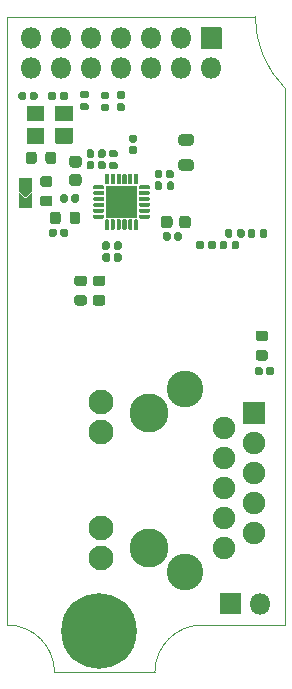
<source format=gbr>
%TF.GenerationSoftware,KiCad,Pcbnew,(5.1.8-0-10_14)*%
%TF.CreationDate,2020-11-27T10:39:21+01:00*%
%TF.ProjectId,SH-ESP32-Ethernet,53482d45-5350-4333-922d-45746865726e,0.1.0*%
%TF.SameCoordinates,Original*%
%TF.FileFunction,Soldermask,Top*%
%TF.FilePolarity,Negative*%
%FSLAX46Y46*%
G04 Gerber Fmt 4.6, Leading zero omitted, Abs format (unit mm)*
G04 Created by KiCad (PCBNEW (5.1.8-0-10_14)) date 2020-11-27 10:39:21*
%MOMM*%
%LPD*%
G01*
G04 APERTURE LIST*
%TA.AperFunction,Profile*%
%ADD10C,0.050000*%
%TD*%
%ADD11C,1.900000*%
%ADD12C,3.100000*%
%ADD13C,3.300000*%
%ADD14C,2.100000*%
%ADD15O,1.800000X1.800000*%
%ADD16C,0.100000*%
%ADD17C,6.400000*%
G04 APERTURE END LIST*
D10*
X165000000Y-108500000D02*
X172000000Y-108500000D01*
X161000000Y-112500000D02*
G75*
G02*
X165000000Y-108500000I4000000J0D01*
G01*
X148500000Y-108500000D02*
G75*
G02*
X152500000Y-112500000I0J-4000000D01*
G01*
X169500000Y-57000000D02*
X148500000Y-57000000D01*
X152500000Y-112500000D02*
X161000000Y-112499765D01*
X148500000Y-57000000D02*
X148500000Y-108500000D01*
X171989592Y-63010408D02*
X172000000Y-108500000D01*
X153000000Y-112500000D02*
X153000000Y-112500000D01*
X171989592Y-63010408D02*
G75*
G02*
X169500000Y-57000000I6010408J6010408D01*
G01*
D11*
%TO.C,J301*%
X166835000Y-99415000D03*
D12*
X163535000Y-103985000D03*
X163535000Y-88485000D03*
D13*
X160485000Y-101955000D03*
X160485000Y-90525000D03*
D14*
X156425000Y-102865000D03*
X156425000Y-100325000D03*
X156425000Y-92145000D03*
D11*
X166835000Y-101955000D03*
X169375000Y-100685000D03*
X169375000Y-98145000D03*
X166835000Y-96875000D03*
X169375000Y-95605000D03*
X166835000Y-94335000D03*
X169375000Y-93065000D03*
X166835000Y-91795000D03*
D14*
X156425000Y-89605000D03*
G36*
G01*
X168475000Y-89575000D02*
X170275000Y-89575000D01*
G75*
G02*
X170325000Y-89625000I0J-50000D01*
G01*
X170325000Y-91425000D01*
G75*
G02*
X170275000Y-91475000I-50000J0D01*
G01*
X168475000Y-91475000D01*
G75*
G02*
X168425000Y-91425000I0J50000D01*
G01*
X168425000Y-89625000D01*
G75*
G02*
X168475000Y-89575000I50000J0D01*
G01*
G37*
%TD*%
D15*
%TO.C,J303*%
X169920000Y-106690000D03*
G36*
G01*
X168230000Y-107590000D02*
X166530000Y-107590000D01*
G75*
G02*
X166480000Y-107540000I0J50000D01*
G01*
X166480000Y-105840000D01*
G75*
G02*
X166530000Y-105790000I50000J0D01*
G01*
X168230000Y-105790000D01*
G75*
G02*
X168280000Y-105840000I0J-50000D01*
G01*
X168280000Y-107540000D01*
G75*
G02*
X168230000Y-107590000I-50000J0D01*
G01*
G37*
%TD*%
%TO.C,C305*%
G36*
G01*
X161640000Y-70125000D02*
X161640000Y-70515000D01*
G75*
G02*
X161475000Y-70680000I-165000J0D01*
G01*
X161145000Y-70680000D01*
G75*
G02*
X160980000Y-70515000I0J165000D01*
G01*
X160980000Y-70125000D01*
G75*
G02*
X161145000Y-69960000I165000J0D01*
G01*
X161475000Y-69960000D01*
G75*
G02*
X161640000Y-70125000I0J-165000D01*
G01*
G37*
G36*
G01*
X162600000Y-70125000D02*
X162600000Y-70515000D01*
G75*
G02*
X162435000Y-70680000I-165000J0D01*
G01*
X162105000Y-70680000D01*
G75*
G02*
X161940000Y-70515000I0J165000D01*
G01*
X161940000Y-70125000D01*
G75*
G02*
X162105000Y-69960000I165000J0D01*
G01*
X162435000Y-69960000D01*
G75*
G02*
X162600000Y-70125000I0J-165000D01*
G01*
G37*
%TD*%
%TO.C,X301*%
G36*
G01*
X150150000Y-65780000D02*
X150150000Y-64580000D01*
G75*
G02*
X150200000Y-64530000I50000J0D01*
G01*
X151600000Y-64530000D01*
G75*
G02*
X151650000Y-64580000I0J-50000D01*
G01*
X151650000Y-65780000D01*
G75*
G02*
X151600000Y-65830000I-50000J0D01*
G01*
X150200000Y-65830000D01*
G75*
G02*
X150150000Y-65780000I0J50000D01*
G01*
G37*
G36*
G01*
X152550000Y-65780000D02*
X152550000Y-64580000D01*
G75*
G02*
X152600000Y-64530000I50000J0D01*
G01*
X154000000Y-64530000D01*
G75*
G02*
X154050000Y-64580000I0J-50000D01*
G01*
X154050000Y-65780000D01*
G75*
G02*
X154000000Y-65830000I-50000J0D01*
G01*
X152600000Y-65830000D01*
G75*
G02*
X152550000Y-65780000I0J50000D01*
G01*
G37*
G36*
G01*
X152550000Y-67680000D02*
X152550000Y-66480000D01*
G75*
G02*
X152600000Y-66430000I50000J0D01*
G01*
X154000000Y-66430000D01*
G75*
G02*
X154050000Y-66480000I0J-50000D01*
G01*
X154050000Y-67680000D01*
G75*
G02*
X154000000Y-67730000I-50000J0D01*
G01*
X152600000Y-67730000D01*
G75*
G02*
X152550000Y-67680000I0J50000D01*
G01*
G37*
G36*
G01*
X150150000Y-67680000D02*
X150150000Y-66480000D01*
G75*
G02*
X150200000Y-66430000I50000J0D01*
G01*
X151600000Y-66430000D01*
G75*
G02*
X151650000Y-66480000I0J-50000D01*
G01*
X151650000Y-67680000D01*
G75*
G02*
X151600000Y-67730000I-50000J0D01*
G01*
X150200000Y-67730000D01*
G75*
G02*
X150150000Y-67680000I0J50000D01*
G01*
G37*
%TD*%
%TO.C,R306*%
G36*
G01*
X155240000Y-63910000D02*
X154820000Y-63910000D01*
G75*
G02*
X154660000Y-63750000I0J160000D01*
G01*
X154660000Y-63430000D01*
G75*
G02*
X154820000Y-63270000I160000J0D01*
G01*
X155240000Y-63270000D01*
G75*
G02*
X155400000Y-63430000I0J-160000D01*
G01*
X155400000Y-63750000D01*
G75*
G02*
X155240000Y-63910000I-160000J0D01*
G01*
G37*
G36*
G01*
X155240000Y-64930000D02*
X154820000Y-64930000D01*
G75*
G02*
X154660000Y-64770000I0J160000D01*
G01*
X154660000Y-64450000D01*
G75*
G02*
X154820000Y-64290000I160000J0D01*
G01*
X155240000Y-64290000D01*
G75*
G02*
X155400000Y-64450000I0J-160000D01*
G01*
X155400000Y-64770000D01*
G75*
G02*
X155240000Y-64930000I-160000J0D01*
G01*
G37*
%TD*%
%TO.C,R308*%
G36*
G01*
X152990000Y-63910000D02*
X152990000Y-63490000D01*
G75*
G02*
X153150000Y-63330000I160000J0D01*
G01*
X153470000Y-63330000D01*
G75*
G02*
X153630000Y-63490000I0J-160000D01*
G01*
X153630000Y-63910000D01*
G75*
G02*
X153470000Y-64070000I-160000J0D01*
G01*
X153150000Y-64070000D01*
G75*
G02*
X152990000Y-63910000I0J160000D01*
G01*
G37*
G36*
G01*
X151970000Y-63910000D02*
X151970000Y-63490000D01*
G75*
G02*
X152130000Y-63330000I160000J0D01*
G01*
X152450000Y-63330000D01*
G75*
G02*
X152610000Y-63490000I0J-160000D01*
G01*
X152610000Y-63910000D01*
G75*
G02*
X152450000Y-64070000I-160000J0D01*
G01*
X152130000Y-64070000D01*
G75*
G02*
X151970000Y-63910000I0J160000D01*
G01*
G37*
%TD*%
%TO.C,R307*%
G36*
G01*
X157680000Y-68900000D02*
X157260000Y-68900000D01*
G75*
G02*
X157100000Y-68740000I0J160000D01*
G01*
X157100000Y-68420000D01*
G75*
G02*
X157260000Y-68260000I160000J0D01*
G01*
X157680000Y-68260000D01*
G75*
G02*
X157840000Y-68420000I0J-160000D01*
G01*
X157840000Y-68740000D01*
G75*
G02*
X157680000Y-68900000I-160000J0D01*
G01*
G37*
G36*
G01*
X157680000Y-69920000D02*
X157260000Y-69920000D01*
G75*
G02*
X157100000Y-69760000I0J160000D01*
G01*
X157100000Y-69440000D01*
G75*
G02*
X157260000Y-69280000I160000J0D01*
G01*
X157680000Y-69280000D01*
G75*
G02*
X157840000Y-69440000I0J-160000D01*
G01*
X157840000Y-69760000D01*
G75*
G02*
X157680000Y-69920000I-160000J0D01*
G01*
G37*
%TD*%
%TO.C,R305*%
G36*
G01*
X156980000Y-63970000D02*
X156560000Y-63970000D01*
G75*
G02*
X156400000Y-63810000I0J160000D01*
G01*
X156400000Y-63490000D01*
G75*
G02*
X156560000Y-63330000I160000J0D01*
G01*
X156980000Y-63330000D01*
G75*
G02*
X157140000Y-63490000I0J-160000D01*
G01*
X157140000Y-63810000D01*
G75*
G02*
X156980000Y-63970000I-160000J0D01*
G01*
G37*
G36*
G01*
X156980000Y-64990000D02*
X156560000Y-64990000D01*
G75*
G02*
X156400000Y-64830000I0J160000D01*
G01*
X156400000Y-64510000D01*
G75*
G02*
X156560000Y-64350000I160000J0D01*
G01*
X156980000Y-64350000D01*
G75*
G02*
X157140000Y-64510000I0J-160000D01*
G01*
X157140000Y-64830000D01*
G75*
G02*
X156980000Y-64990000I-160000J0D01*
G01*
G37*
%TD*%
%TO.C,R304*%
G36*
G01*
X158330000Y-63950000D02*
X157910000Y-63950000D01*
G75*
G02*
X157750000Y-63790000I0J160000D01*
G01*
X157750000Y-63470000D01*
G75*
G02*
X157910000Y-63310000I160000J0D01*
G01*
X158330000Y-63310000D01*
G75*
G02*
X158490000Y-63470000I0J-160000D01*
G01*
X158490000Y-63790000D01*
G75*
G02*
X158330000Y-63950000I-160000J0D01*
G01*
G37*
G36*
G01*
X158330000Y-64970000D02*
X157910000Y-64970000D01*
G75*
G02*
X157750000Y-64810000I0J160000D01*
G01*
X157750000Y-64490000D01*
G75*
G02*
X157910000Y-64330000I160000J0D01*
G01*
X158330000Y-64330000D01*
G75*
G02*
X158490000Y-64490000I0J-160000D01*
G01*
X158490000Y-64810000D01*
G75*
G02*
X158330000Y-64970000I-160000J0D01*
G01*
G37*
%TD*%
%TO.C,C307*%
G36*
G01*
X162330000Y-75405000D02*
X162330000Y-75795000D01*
G75*
G02*
X162165000Y-75960000I-165000J0D01*
G01*
X161835000Y-75960000D01*
G75*
G02*
X161670000Y-75795000I0J165000D01*
G01*
X161670000Y-75405000D01*
G75*
G02*
X161835000Y-75240000I165000J0D01*
G01*
X162165000Y-75240000D01*
G75*
G02*
X162330000Y-75405000I0J-165000D01*
G01*
G37*
G36*
G01*
X163290000Y-75405000D02*
X163290000Y-75795000D01*
G75*
G02*
X163125000Y-75960000I-165000J0D01*
G01*
X162795000Y-75960000D01*
G75*
G02*
X162630000Y-75795000I0J165000D01*
G01*
X162630000Y-75405000D01*
G75*
G02*
X162795000Y-75240000I165000J0D01*
G01*
X163125000Y-75240000D01*
G75*
G02*
X163290000Y-75405000I0J-165000D01*
G01*
G37*
%TD*%
D16*
%TO.C,JP301*%
G36*
X150569039Y-73149755D02*
G01*
X150566194Y-73159134D01*
X150561573Y-73167779D01*
X150555355Y-73175355D01*
X150547779Y-73181573D01*
X150539134Y-73186194D01*
X150529755Y-73189039D01*
X150520000Y-73190000D01*
X149520000Y-73190000D01*
X149510245Y-73189039D01*
X149500866Y-73186194D01*
X149492221Y-73181573D01*
X149484645Y-73175355D01*
X149478427Y-73167779D01*
X149473806Y-73159134D01*
X149470961Y-73149755D01*
X149470000Y-73140000D01*
X149470000Y-71990000D01*
X149470961Y-71980245D01*
X149473806Y-71970866D01*
X149478427Y-71962221D01*
X149484645Y-71954645D01*
X149492221Y-71948427D01*
X149500866Y-71943806D01*
X149510245Y-71940961D01*
X149520000Y-71940000D01*
X149529755Y-71940961D01*
X149539134Y-71943806D01*
X149547779Y-71948427D01*
X149555355Y-71954645D01*
X150020000Y-72419290D01*
X150484645Y-71954645D01*
X150492221Y-71948427D01*
X150500866Y-71943806D01*
X150510245Y-71940961D01*
X150520000Y-71940000D01*
X150529755Y-71940961D01*
X150539134Y-71943806D01*
X150547779Y-71948427D01*
X150555355Y-71954645D01*
X150561573Y-71962221D01*
X150566194Y-71970866D01*
X150569039Y-71980245D01*
X150570000Y-71990000D01*
X150570000Y-73140000D01*
X150569039Y-73149755D01*
G37*
G36*
X150569039Y-71724755D02*
G01*
X150566194Y-71734134D01*
X150561573Y-71742779D01*
X150555355Y-71750355D01*
X150055355Y-72250355D01*
X150047779Y-72256573D01*
X150039134Y-72261194D01*
X150029755Y-72264039D01*
X150020000Y-72265000D01*
X150010245Y-72264039D01*
X150000866Y-72261194D01*
X149992221Y-72256573D01*
X149984645Y-72250355D01*
X149484645Y-71750355D01*
X149478427Y-71742779D01*
X149473806Y-71734134D01*
X149470961Y-71724755D01*
X149470000Y-71715000D01*
X149470000Y-70715000D01*
X149470961Y-70705245D01*
X149473806Y-70695866D01*
X149478427Y-70687221D01*
X149484645Y-70679645D01*
X149492221Y-70673427D01*
X149500866Y-70668806D01*
X149510245Y-70665961D01*
X149520000Y-70665000D01*
X150520000Y-70665000D01*
X150529755Y-70665961D01*
X150539134Y-70668806D01*
X150547779Y-70673427D01*
X150555355Y-70679645D01*
X150561573Y-70687221D01*
X150566194Y-70695866D01*
X150569039Y-70705245D01*
X150570000Y-70715000D01*
X150570000Y-71715000D01*
X150569039Y-71724755D01*
G37*
%TD*%
%TO.C,R317*%
G36*
G01*
X155010000Y-79805000D02*
X154410000Y-79805000D01*
G75*
G02*
X154185000Y-79580000I0J225000D01*
G01*
X154185000Y-79130000D01*
G75*
G02*
X154410000Y-78905000I225000J0D01*
G01*
X155010000Y-78905000D01*
G75*
G02*
X155235000Y-79130000I0J-225000D01*
G01*
X155235000Y-79580000D01*
G75*
G02*
X155010000Y-79805000I-225000J0D01*
G01*
G37*
G36*
G01*
X155010000Y-81455000D02*
X154410000Y-81455000D01*
G75*
G02*
X154185000Y-81230000I0J225000D01*
G01*
X154185000Y-80780000D01*
G75*
G02*
X154410000Y-80555000I225000J0D01*
G01*
X155010000Y-80555000D01*
G75*
G02*
X155235000Y-80780000I0J-225000D01*
G01*
X155235000Y-81230000D01*
G75*
G02*
X155010000Y-81455000I-225000J0D01*
G01*
G37*
%TD*%
%TO.C,R316*%
G36*
G01*
X156570000Y-79805000D02*
X155970000Y-79805000D01*
G75*
G02*
X155745000Y-79580000I0J225000D01*
G01*
X155745000Y-79130000D01*
G75*
G02*
X155970000Y-78905000I225000J0D01*
G01*
X156570000Y-78905000D01*
G75*
G02*
X156795000Y-79130000I0J-225000D01*
G01*
X156795000Y-79580000D01*
G75*
G02*
X156570000Y-79805000I-225000J0D01*
G01*
G37*
G36*
G01*
X156570000Y-81455000D02*
X155970000Y-81455000D01*
G75*
G02*
X155745000Y-81230000I0J225000D01*
G01*
X155745000Y-80780000D01*
G75*
G02*
X155970000Y-80555000I225000J0D01*
G01*
X156570000Y-80555000D01*
G75*
G02*
X156795000Y-80780000I0J-225000D01*
G01*
X156795000Y-81230000D01*
G75*
G02*
X156570000Y-81455000I-225000J0D01*
G01*
G37*
%TD*%
%TO.C,R315*%
G36*
G01*
X170350000Y-84465000D02*
X169750000Y-84465000D01*
G75*
G02*
X169525000Y-84240000I0J225000D01*
G01*
X169525000Y-83790000D01*
G75*
G02*
X169750000Y-83565000I225000J0D01*
G01*
X170350000Y-83565000D01*
G75*
G02*
X170575000Y-83790000I0J-225000D01*
G01*
X170575000Y-84240000D01*
G75*
G02*
X170350000Y-84465000I-225000J0D01*
G01*
G37*
G36*
G01*
X170350000Y-86115000D02*
X169750000Y-86115000D01*
G75*
G02*
X169525000Y-85890000I0J225000D01*
G01*
X169525000Y-85440000D01*
G75*
G02*
X169750000Y-85215000I225000J0D01*
G01*
X170350000Y-85215000D01*
G75*
G02*
X170575000Y-85440000I0J-225000D01*
G01*
X170575000Y-85890000D01*
G75*
G02*
X170350000Y-86115000I-225000J0D01*
G01*
G37*
%TD*%
%TO.C,R314*%
G36*
G01*
X167950000Y-75550000D02*
X167950000Y-75130000D01*
G75*
G02*
X168110000Y-74970000I160000J0D01*
G01*
X168430000Y-74970000D01*
G75*
G02*
X168590000Y-75130000I0J-160000D01*
G01*
X168590000Y-75550000D01*
G75*
G02*
X168430000Y-75710000I-160000J0D01*
G01*
X168110000Y-75710000D01*
G75*
G02*
X167950000Y-75550000I0J160000D01*
G01*
G37*
G36*
G01*
X166930000Y-75550000D02*
X166930000Y-75130000D01*
G75*
G02*
X167090000Y-74970000I160000J0D01*
G01*
X167410000Y-74970000D01*
G75*
G02*
X167570000Y-75130000I0J-160000D01*
G01*
X167570000Y-75550000D01*
G75*
G02*
X167410000Y-75710000I-160000J0D01*
G01*
X167090000Y-75710000D01*
G75*
G02*
X166930000Y-75550000I0J160000D01*
G01*
G37*
%TD*%
%TO.C,R313*%
G36*
G01*
X162000000Y-71520000D02*
X162000000Y-71100000D01*
G75*
G02*
X162160000Y-70940000I160000J0D01*
G01*
X162480000Y-70940000D01*
G75*
G02*
X162640000Y-71100000I0J-160000D01*
G01*
X162640000Y-71520000D01*
G75*
G02*
X162480000Y-71680000I-160000J0D01*
G01*
X162160000Y-71680000D01*
G75*
G02*
X162000000Y-71520000I0J160000D01*
G01*
G37*
G36*
G01*
X160980000Y-71520000D02*
X160980000Y-71100000D01*
G75*
G02*
X161140000Y-70940000I160000J0D01*
G01*
X161460000Y-70940000D01*
G75*
G02*
X161620000Y-71100000I0J-160000D01*
G01*
X161620000Y-71520000D01*
G75*
G02*
X161460000Y-71680000I-160000J0D01*
G01*
X161140000Y-71680000D01*
G75*
G02*
X160980000Y-71520000I0J160000D01*
G01*
G37*
%TD*%
%TO.C,R312*%
G36*
G01*
X169490000Y-75130000D02*
X169490000Y-75550000D01*
G75*
G02*
X169330000Y-75710000I-160000J0D01*
G01*
X169010000Y-75710000D01*
G75*
G02*
X168850000Y-75550000I0J160000D01*
G01*
X168850000Y-75130000D01*
G75*
G02*
X169010000Y-74970000I160000J0D01*
G01*
X169330000Y-74970000D01*
G75*
G02*
X169490000Y-75130000I0J-160000D01*
G01*
G37*
G36*
G01*
X170510000Y-75130000D02*
X170510000Y-75550000D01*
G75*
G02*
X170350000Y-75710000I-160000J0D01*
G01*
X170030000Y-75710000D01*
G75*
G02*
X169870000Y-75550000I0J160000D01*
G01*
X169870000Y-75130000D01*
G75*
G02*
X170030000Y-74970000I160000J0D01*
G01*
X170350000Y-74970000D01*
G75*
G02*
X170510000Y-75130000I0J-160000D01*
G01*
G37*
%TD*%
%TO.C,R311*%
G36*
G01*
X165530000Y-76530000D02*
X165530000Y-76110000D01*
G75*
G02*
X165690000Y-75950000I160000J0D01*
G01*
X166010000Y-75950000D01*
G75*
G02*
X166170000Y-76110000I0J-160000D01*
G01*
X166170000Y-76530000D01*
G75*
G02*
X166010000Y-76690000I-160000J0D01*
G01*
X165690000Y-76690000D01*
G75*
G02*
X165530000Y-76530000I0J160000D01*
G01*
G37*
G36*
G01*
X164510000Y-76530000D02*
X164510000Y-76110000D01*
G75*
G02*
X164670000Y-75950000I160000J0D01*
G01*
X164990000Y-75950000D01*
G75*
G02*
X165150000Y-76110000I0J-160000D01*
G01*
X165150000Y-76530000D01*
G75*
G02*
X164990000Y-76690000I-160000J0D01*
G01*
X164670000Y-76690000D01*
G75*
G02*
X164510000Y-76530000I0J160000D01*
G01*
G37*
%TD*%
%TO.C,R310*%
G36*
G01*
X167110000Y-76120000D02*
X167110000Y-76540000D01*
G75*
G02*
X166950000Y-76700000I-160000J0D01*
G01*
X166630000Y-76700000D01*
G75*
G02*
X166470000Y-76540000I0J160000D01*
G01*
X166470000Y-76120000D01*
G75*
G02*
X166630000Y-75960000I160000J0D01*
G01*
X166950000Y-75960000D01*
G75*
G02*
X167110000Y-76120000I0J-160000D01*
G01*
G37*
G36*
G01*
X168130000Y-76120000D02*
X168130000Y-76540000D01*
G75*
G02*
X167970000Y-76700000I-160000J0D01*
G01*
X167650000Y-76700000D01*
G75*
G02*
X167490000Y-76540000I0J160000D01*
G01*
X167490000Y-76120000D01*
G75*
G02*
X167650000Y-75960000I160000J0D01*
G01*
X167970000Y-75960000D01*
G75*
G02*
X168130000Y-76120000I0J-160000D01*
G01*
G37*
%TD*%
%TO.C,R309*%
G36*
G01*
X157160000Y-76180000D02*
X157160000Y-76600000D01*
G75*
G02*
X157000000Y-76760000I-160000J0D01*
G01*
X156680000Y-76760000D01*
G75*
G02*
X156520000Y-76600000I0J160000D01*
G01*
X156520000Y-76180000D01*
G75*
G02*
X156680000Y-76020000I160000J0D01*
G01*
X157000000Y-76020000D01*
G75*
G02*
X157160000Y-76180000I0J-160000D01*
G01*
G37*
G36*
G01*
X158180000Y-76180000D02*
X158180000Y-76600000D01*
G75*
G02*
X158020000Y-76760000I-160000J0D01*
G01*
X157700000Y-76760000D01*
G75*
G02*
X157540000Y-76600000I0J160000D01*
G01*
X157540000Y-76180000D01*
G75*
G02*
X157700000Y-76020000I160000J0D01*
G01*
X158020000Y-76020000D01*
G75*
G02*
X158180000Y-76180000I0J-160000D01*
G01*
G37*
%TD*%
%TO.C,R303*%
G36*
G01*
X151735000Y-69240000D02*
X151735000Y-68640000D01*
G75*
G02*
X151960000Y-68415000I225000J0D01*
G01*
X152410000Y-68415000D01*
G75*
G02*
X152635000Y-68640000I0J-225000D01*
G01*
X152635000Y-69240000D01*
G75*
G02*
X152410000Y-69465000I-225000J0D01*
G01*
X151960000Y-69465000D01*
G75*
G02*
X151735000Y-69240000I0J225000D01*
G01*
G37*
G36*
G01*
X150085000Y-69240000D02*
X150085000Y-68640000D01*
G75*
G02*
X150310000Y-68415000I225000J0D01*
G01*
X150760000Y-68415000D01*
G75*
G02*
X150985000Y-68640000I0J-225000D01*
G01*
X150985000Y-69240000D01*
G75*
G02*
X150760000Y-69465000I-225000J0D01*
G01*
X150310000Y-69465000D01*
G75*
G02*
X150085000Y-69240000I0J225000D01*
G01*
G37*
%TD*%
%TO.C,R302*%
G36*
G01*
X151500000Y-72145000D02*
X152100000Y-72145000D01*
G75*
G02*
X152325000Y-72370000I0J-225000D01*
G01*
X152325000Y-72820000D01*
G75*
G02*
X152100000Y-73045000I-225000J0D01*
G01*
X151500000Y-73045000D01*
G75*
G02*
X151275000Y-72820000I0J225000D01*
G01*
X151275000Y-72370000D01*
G75*
G02*
X151500000Y-72145000I225000J0D01*
G01*
G37*
G36*
G01*
X151500000Y-70495000D02*
X152100000Y-70495000D01*
G75*
G02*
X152325000Y-70720000I0J-225000D01*
G01*
X152325000Y-71170000D01*
G75*
G02*
X152100000Y-71395000I-225000J0D01*
G01*
X151500000Y-71395000D01*
G75*
G02*
X151275000Y-71170000I0J225000D01*
G01*
X151275000Y-70720000D01*
G75*
G02*
X151500000Y-70495000I225000J0D01*
G01*
G37*
%TD*%
%TO.C,R301*%
G36*
G01*
X153775000Y-74330000D02*
X153775000Y-73730000D01*
G75*
G02*
X154000000Y-73505000I225000J0D01*
G01*
X154450000Y-73505000D01*
G75*
G02*
X154675000Y-73730000I0J-225000D01*
G01*
X154675000Y-74330000D01*
G75*
G02*
X154450000Y-74555000I-225000J0D01*
G01*
X154000000Y-74555000D01*
G75*
G02*
X153775000Y-74330000I0J225000D01*
G01*
G37*
G36*
G01*
X152125000Y-74330000D02*
X152125000Y-73730000D01*
G75*
G02*
X152350000Y-73505000I225000J0D01*
G01*
X152800000Y-73505000D01*
G75*
G02*
X153025000Y-73730000I0J-225000D01*
G01*
X153025000Y-74330000D01*
G75*
G02*
X152800000Y-74555000I-225000J0D01*
G01*
X152350000Y-74555000D01*
G75*
G02*
X152125000Y-74330000I0J225000D01*
G01*
G37*
%TD*%
D15*
%TO.C,J302*%
X150540000Y-61340000D03*
X150540000Y-58800000D03*
X153080000Y-61340000D03*
X153080000Y-58800000D03*
X155620000Y-61340000D03*
X155620000Y-58800000D03*
X158160000Y-61340000D03*
X158160000Y-58800000D03*
X160700000Y-61340000D03*
X160700000Y-58800000D03*
X163240000Y-61340000D03*
X163240000Y-58800000D03*
X165780000Y-61340000D03*
G36*
G01*
X164930000Y-57900000D02*
X166630000Y-57900000D01*
G75*
G02*
X166680000Y-57950000I0J-50000D01*
G01*
X166680000Y-59650000D01*
G75*
G02*
X166630000Y-59700000I-50000J0D01*
G01*
X164930000Y-59700000D01*
G75*
G02*
X164880000Y-59650000I0J50000D01*
G01*
X164880000Y-57950000D01*
G75*
G02*
X164930000Y-57900000I50000J0D01*
G01*
G37*
%TD*%
%TO.C,FB301*%
G36*
G01*
X164046250Y-67915000D02*
X163233750Y-67915000D01*
G75*
G02*
X162990000Y-67671250I0J243750D01*
G01*
X162990000Y-67183750D01*
G75*
G02*
X163233750Y-66940000I243750J0D01*
G01*
X164046250Y-66940000D01*
G75*
G02*
X164290000Y-67183750I0J-243750D01*
G01*
X164290000Y-67671250D01*
G75*
G02*
X164046250Y-67915000I-243750J0D01*
G01*
G37*
G36*
G01*
X164046250Y-70040000D02*
X163233750Y-70040000D01*
G75*
G02*
X162990000Y-69796250I0J243750D01*
G01*
X162990000Y-69308750D01*
G75*
G02*
X163233750Y-69065000I243750J0D01*
G01*
X164046250Y-69065000D01*
G75*
G02*
X164290000Y-69308750I0J-243750D01*
G01*
X164290000Y-69796250D01*
G75*
G02*
X164046250Y-70040000I-243750J0D01*
G01*
G37*
%TD*%
%TO.C,C308*%
G36*
G01*
X170120000Y-86805000D02*
X170120000Y-87195000D01*
G75*
G02*
X169955000Y-87360000I-165000J0D01*
G01*
X169625000Y-87360000D01*
G75*
G02*
X169460000Y-87195000I0J165000D01*
G01*
X169460000Y-86805000D01*
G75*
G02*
X169625000Y-86640000I165000J0D01*
G01*
X169955000Y-86640000D01*
G75*
G02*
X170120000Y-86805000I0J-165000D01*
G01*
G37*
G36*
G01*
X171080000Y-86805000D02*
X171080000Y-87195000D01*
G75*
G02*
X170915000Y-87360000I-165000J0D01*
G01*
X170585000Y-87360000D01*
G75*
G02*
X170420000Y-87195000I0J165000D01*
G01*
X170420000Y-86805000D01*
G75*
G02*
X170585000Y-86640000I165000J0D01*
G01*
X170915000Y-86640000D01*
G75*
G02*
X171080000Y-86805000I0J-165000D01*
G01*
G37*
%TD*%
%TO.C,C306*%
G36*
G01*
X157220000Y-77185000D02*
X157220000Y-77575000D01*
G75*
G02*
X157055000Y-77740000I-165000J0D01*
G01*
X156725000Y-77740000D01*
G75*
G02*
X156560000Y-77575000I0J165000D01*
G01*
X156560000Y-77185000D01*
G75*
G02*
X156725000Y-77020000I165000J0D01*
G01*
X157055000Y-77020000D01*
G75*
G02*
X157220000Y-77185000I0J-165000D01*
G01*
G37*
G36*
G01*
X158180000Y-77185000D02*
X158180000Y-77575000D01*
G75*
G02*
X158015000Y-77740000I-165000J0D01*
G01*
X157685000Y-77740000D01*
G75*
G02*
X157520000Y-77575000I0J165000D01*
G01*
X157520000Y-77185000D01*
G75*
G02*
X157685000Y-77020000I165000J0D01*
G01*
X158015000Y-77020000D01*
G75*
G02*
X158180000Y-77185000I0J-165000D01*
G01*
G37*
%TD*%
%TO.C,C304*%
G36*
G01*
X162495000Y-74105000D02*
X162495000Y-74655000D01*
G75*
G02*
X162245000Y-74905000I-250000J0D01*
G01*
X161745000Y-74905000D01*
G75*
G02*
X161495000Y-74655000I0J250000D01*
G01*
X161495000Y-74105000D01*
G75*
G02*
X161745000Y-73855000I250000J0D01*
G01*
X162245000Y-73855000D01*
G75*
G02*
X162495000Y-74105000I0J-250000D01*
G01*
G37*
G36*
G01*
X164045000Y-74105000D02*
X164045000Y-74655000D01*
G75*
G02*
X163795000Y-74905000I-250000J0D01*
G01*
X163295000Y-74905000D01*
G75*
G02*
X163045000Y-74655000I0J250000D01*
G01*
X163045000Y-74105000D01*
G75*
G02*
X163295000Y-73855000I250000J0D01*
G01*
X163795000Y-73855000D01*
G75*
G02*
X164045000Y-74105000I0J-250000D01*
G01*
G37*
%TD*%
%TO.C,C303*%
G36*
G01*
X153995000Y-70315000D02*
X154545000Y-70315000D01*
G75*
G02*
X154795000Y-70565000I0J-250000D01*
G01*
X154795000Y-71065000D01*
G75*
G02*
X154545000Y-71315000I-250000J0D01*
G01*
X153995000Y-71315000D01*
G75*
G02*
X153745000Y-71065000I0J250000D01*
G01*
X153745000Y-70565000D01*
G75*
G02*
X153995000Y-70315000I250000J0D01*
G01*
G37*
G36*
G01*
X153995000Y-68765000D02*
X154545000Y-68765000D01*
G75*
G02*
X154795000Y-69015000I0J-250000D01*
G01*
X154795000Y-69515000D01*
G75*
G02*
X154545000Y-69765000I-250000J0D01*
G01*
X153995000Y-69765000D01*
G75*
G02*
X153745000Y-69515000I0J250000D01*
G01*
X153745000Y-69015000D01*
G75*
G02*
X153995000Y-68765000I250000J0D01*
G01*
G37*
%TD*%
%TO.C,C302*%
G36*
G01*
X155870000Y-69375000D02*
X155870000Y-69765000D01*
G75*
G02*
X155705000Y-69930000I-165000J0D01*
G01*
X155375000Y-69930000D01*
G75*
G02*
X155210000Y-69765000I0J165000D01*
G01*
X155210000Y-69375000D01*
G75*
G02*
X155375000Y-69210000I165000J0D01*
G01*
X155705000Y-69210000D01*
G75*
G02*
X155870000Y-69375000I0J-165000D01*
G01*
G37*
G36*
G01*
X156830000Y-69375000D02*
X156830000Y-69765000D01*
G75*
G02*
X156665000Y-69930000I-165000J0D01*
G01*
X156335000Y-69930000D01*
G75*
G02*
X156170000Y-69765000I0J165000D01*
G01*
X156170000Y-69375000D01*
G75*
G02*
X156335000Y-69210000I165000J0D01*
G01*
X156665000Y-69210000D01*
G75*
G02*
X156830000Y-69375000I0J-165000D01*
G01*
G37*
%TD*%
%TO.C,C301*%
G36*
G01*
X155870000Y-68395000D02*
X155870000Y-68785000D01*
G75*
G02*
X155705000Y-68950000I-165000J0D01*
G01*
X155375000Y-68950000D01*
G75*
G02*
X155210000Y-68785000I0J165000D01*
G01*
X155210000Y-68395000D01*
G75*
G02*
X155375000Y-68230000I165000J0D01*
G01*
X155705000Y-68230000D01*
G75*
G02*
X155870000Y-68395000I0J-165000D01*
G01*
G37*
G36*
G01*
X156830000Y-68395000D02*
X156830000Y-68785000D01*
G75*
G02*
X156665000Y-68950000I-165000J0D01*
G01*
X156335000Y-68950000D01*
G75*
G02*
X156170000Y-68785000I0J165000D01*
G01*
X156170000Y-68395000D01*
G75*
G02*
X156335000Y-68230000I165000J0D01*
G01*
X156665000Y-68230000D01*
G75*
G02*
X156830000Y-68395000I0J-165000D01*
G01*
G37*
%TD*%
%TO.C,U301*%
G36*
G01*
X156875000Y-71325000D02*
X159475000Y-71325000D01*
G75*
G02*
X159525000Y-71375000I0J-50000D01*
G01*
X159525000Y-73975000D01*
G75*
G02*
X159475000Y-74025000I-50000J0D01*
G01*
X156875000Y-74025000D01*
G75*
G02*
X156825000Y-73975000I0J50000D01*
G01*
X156825000Y-71375000D01*
G75*
G02*
X156875000Y-71325000I50000J0D01*
G01*
G37*
G36*
G01*
X159737500Y-71250000D02*
X160487500Y-71250000D01*
G75*
G02*
X160575000Y-71337500I0J-87500D01*
G01*
X160575000Y-71512500D01*
G75*
G02*
X160487500Y-71600000I-87500J0D01*
G01*
X159737500Y-71600000D01*
G75*
G02*
X159650000Y-71512500I0J87500D01*
G01*
X159650000Y-71337500D01*
G75*
G02*
X159737500Y-71250000I87500J0D01*
G01*
G37*
G36*
G01*
X159737500Y-71750000D02*
X160487500Y-71750000D01*
G75*
G02*
X160575000Y-71837500I0J-87500D01*
G01*
X160575000Y-72012500D01*
G75*
G02*
X160487500Y-72100000I-87500J0D01*
G01*
X159737500Y-72100000D01*
G75*
G02*
X159650000Y-72012500I0J87500D01*
G01*
X159650000Y-71837500D01*
G75*
G02*
X159737500Y-71750000I87500J0D01*
G01*
G37*
G36*
G01*
X159737500Y-72250000D02*
X160487500Y-72250000D01*
G75*
G02*
X160575000Y-72337500I0J-87500D01*
G01*
X160575000Y-72512500D01*
G75*
G02*
X160487500Y-72600000I-87500J0D01*
G01*
X159737500Y-72600000D01*
G75*
G02*
X159650000Y-72512500I0J87500D01*
G01*
X159650000Y-72337500D01*
G75*
G02*
X159737500Y-72250000I87500J0D01*
G01*
G37*
G36*
G01*
X159737500Y-72750000D02*
X160487500Y-72750000D01*
G75*
G02*
X160575000Y-72837500I0J-87500D01*
G01*
X160575000Y-73012500D01*
G75*
G02*
X160487500Y-73100000I-87500J0D01*
G01*
X159737500Y-73100000D01*
G75*
G02*
X159650000Y-73012500I0J87500D01*
G01*
X159650000Y-72837500D01*
G75*
G02*
X159737500Y-72750000I87500J0D01*
G01*
G37*
G36*
G01*
X159737500Y-73250000D02*
X160487500Y-73250000D01*
G75*
G02*
X160575000Y-73337500I0J-87500D01*
G01*
X160575000Y-73512500D01*
G75*
G02*
X160487500Y-73600000I-87500J0D01*
G01*
X159737500Y-73600000D01*
G75*
G02*
X159650000Y-73512500I0J87500D01*
G01*
X159650000Y-73337500D01*
G75*
G02*
X159737500Y-73250000I87500J0D01*
G01*
G37*
G36*
G01*
X159737500Y-73750000D02*
X160487500Y-73750000D01*
G75*
G02*
X160575000Y-73837500I0J-87500D01*
G01*
X160575000Y-74012500D01*
G75*
G02*
X160487500Y-74100000I-87500J0D01*
G01*
X159737500Y-74100000D01*
G75*
G02*
X159650000Y-74012500I0J87500D01*
G01*
X159650000Y-73837500D01*
G75*
G02*
X159737500Y-73750000I87500J0D01*
G01*
G37*
G36*
G01*
X159337500Y-74150000D02*
X159512500Y-74150000D01*
G75*
G02*
X159600000Y-74237500I0J-87500D01*
G01*
X159600000Y-74987500D01*
G75*
G02*
X159512500Y-75075000I-87500J0D01*
G01*
X159337500Y-75075000D01*
G75*
G02*
X159250000Y-74987500I0J87500D01*
G01*
X159250000Y-74237500D01*
G75*
G02*
X159337500Y-74150000I87500J0D01*
G01*
G37*
G36*
G01*
X158837500Y-74150000D02*
X159012500Y-74150000D01*
G75*
G02*
X159100000Y-74237500I0J-87500D01*
G01*
X159100000Y-74987500D01*
G75*
G02*
X159012500Y-75075000I-87500J0D01*
G01*
X158837500Y-75075000D01*
G75*
G02*
X158750000Y-74987500I0J87500D01*
G01*
X158750000Y-74237500D01*
G75*
G02*
X158837500Y-74150000I87500J0D01*
G01*
G37*
G36*
G01*
X158337500Y-74150000D02*
X158512500Y-74150000D01*
G75*
G02*
X158600000Y-74237500I0J-87500D01*
G01*
X158600000Y-74987500D01*
G75*
G02*
X158512500Y-75075000I-87500J0D01*
G01*
X158337500Y-75075000D01*
G75*
G02*
X158250000Y-74987500I0J87500D01*
G01*
X158250000Y-74237500D01*
G75*
G02*
X158337500Y-74150000I87500J0D01*
G01*
G37*
G36*
G01*
X157837500Y-74150000D02*
X158012500Y-74150000D01*
G75*
G02*
X158100000Y-74237500I0J-87500D01*
G01*
X158100000Y-74987500D01*
G75*
G02*
X158012500Y-75075000I-87500J0D01*
G01*
X157837500Y-75075000D01*
G75*
G02*
X157750000Y-74987500I0J87500D01*
G01*
X157750000Y-74237500D01*
G75*
G02*
X157837500Y-74150000I87500J0D01*
G01*
G37*
G36*
G01*
X157337500Y-74150000D02*
X157512500Y-74150000D01*
G75*
G02*
X157600000Y-74237500I0J-87500D01*
G01*
X157600000Y-74987500D01*
G75*
G02*
X157512500Y-75075000I-87500J0D01*
G01*
X157337500Y-75075000D01*
G75*
G02*
X157250000Y-74987500I0J87500D01*
G01*
X157250000Y-74237500D01*
G75*
G02*
X157337500Y-74150000I87500J0D01*
G01*
G37*
G36*
G01*
X156837500Y-74150000D02*
X157012500Y-74150000D01*
G75*
G02*
X157100000Y-74237500I0J-87500D01*
G01*
X157100000Y-74987500D01*
G75*
G02*
X157012500Y-75075000I-87500J0D01*
G01*
X156837500Y-75075000D01*
G75*
G02*
X156750000Y-74987500I0J87500D01*
G01*
X156750000Y-74237500D01*
G75*
G02*
X156837500Y-74150000I87500J0D01*
G01*
G37*
G36*
G01*
X155862500Y-73750000D02*
X156612500Y-73750000D01*
G75*
G02*
X156700000Y-73837500I0J-87500D01*
G01*
X156700000Y-74012500D01*
G75*
G02*
X156612500Y-74100000I-87500J0D01*
G01*
X155862500Y-74100000D01*
G75*
G02*
X155775000Y-74012500I0J87500D01*
G01*
X155775000Y-73837500D01*
G75*
G02*
X155862500Y-73750000I87500J0D01*
G01*
G37*
G36*
G01*
X155862500Y-73250000D02*
X156612500Y-73250000D01*
G75*
G02*
X156700000Y-73337500I0J-87500D01*
G01*
X156700000Y-73512500D01*
G75*
G02*
X156612500Y-73600000I-87500J0D01*
G01*
X155862500Y-73600000D01*
G75*
G02*
X155775000Y-73512500I0J87500D01*
G01*
X155775000Y-73337500D01*
G75*
G02*
X155862500Y-73250000I87500J0D01*
G01*
G37*
G36*
G01*
X155862500Y-72750000D02*
X156612500Y-72750000D01*
G75*
G02*
X156700000Y-72837500I0J-87500D01*
G01*
X156700000Y-73012500D01*
G75*
G02*
X156612500Y-73100000I-87500J0D01*
G01*
X155862500Y-73100000D01*
G75*
G02*
X155775000Y-73012500I0J87500D01*
G01*
X155775000Y-72837500D01*
G75*
G02*
X155862500Y-72750000I87500J0D01*
G01*
G37*
G36*
G01*
X155862500Y-72250000D02*
X156612500Y-72250000D01*
G75*
G02*
X156700000Y-72337500I0J-87500D01*
G01*
X156700000Y-72512500D01*
G75*
G02*
X156612500Y-72600000I-87500J0D01*
G01*
X155862500Y-72600000D01*
G75*
G02*
X155775000Y-72512500I0J87500D01*
G01*
X155775000Y-72337500D01*
G75*
G02*
X155862500Y-72250000I87500J0D01*
G01*
G37*
G36*
G01*
X155862500Y-71750000D02*
X156612500Y-71750000D01*
G75*
G02*
X156700000Y-71837500I0J-87500D01*
G01*
X156700000Y-72012500D01*
G75*
G02*
X156612500Y-72100000I-87500J0D01*
G01*
X155862500Y-72100000D01*
G75*
G02*
X155775000Y-72012500I0J87500D01*
G01*
X155775000Y-71837500D01*
G75*
G02*
X155862500Y-71750000I87500J0D01*
G01*
G37*
G36*
G01*
X155862500Y-71250000D02*
X156612500Y-71250000D01*
G75*
G02*
X156700000Y-71337500I0J-87500D01*
G01*
X156700000Y-71512500D01*
G75*
G02*
X156612500Y-71600000I-87500J0D01*
G01*
X155862500Y-71600000D01*
G75*
G02*
X155775000Y-71512500I0J87500D01*
G01*
X155775000Y-71337500D01*
G75*
G02*
X155862500Y-71250000I87500J0D01*
G01*
G37*
G36*
G01*
X156837500Y-70275000D02*
X157012500Y-70275000D01*
G75*
G02*
X157100000Y-70362500I0J-87500D01*
G01*
X157100000Y-71112500D01*
G75*
G02*
X157012500Y-71200000I-87500J0D01*
G01*
X156837500Y-71200000D01*
G75*
G02*
X156750000Y-71112500I0J87500D01*
G01*
X156750000Y-70362500D01*
G75*
G02*
X156837500Y-70275000I87500J0D01*
G01*
G37*
G36*
G01*
X157337500Y-70275000D02*
X157512500Y-70275000D01*
G75*
G02*
X157600000Y-70362500I0J-87500D01*
G01*
X157600000Y-71112500D01*
G75*
G02*
X157512500Y-71200000I-87500J0D01*
G01*
X157337500Y-71200000D01*
G75*
G02*
X157250000Y-71112500I0J87500D01*
G01*
X157250000Y-70362500D01*
G75*
G02*
X157337500Y-70275000I87500J0D01*
G01*
G37*
G36*
G01*
X157837500Y-70275000D02*
X158012500Y-70275000D01*
G75*
G02*
X158100000Y-70362500I0J-87500D01*
G01*
X158100000Y-71112500D01*
G75*
G02*
X158012500Y-71200000I-87500J0D01*
G01*
X157837500Y-71200000D01*
G75*
G02*
X157750000Y-71112500I0J87500D01*
G01*
X157750000Y-70362500D01*
G75*
G02*
X157837500Y-70275000I87500J0D01*
G01*
G37*
G36*
G01*
X158337500Y-70275000D02*
X158512500Y-70275000D01*
G75*
G02*
X158600000Y-70362500I0J-87500D01*
G01*
X158600000Y-71112500D01*
G75*
G02*
X158512500Y-71200000I-87500J0D01*
G01*
X158337500Y-71200000D01*
G75*
G02*
X158250000Y-71112500I0J87500D01*
G01*
X158250000Y-70362500D01*
G75*
G02*
X158337500Y-70275000I87500J0D01*
G01*
G37*
G36*
G01*
X158837500Y-70275000D02*
X159012500Y-70275000D01*
G75*
G02*
X159100000Y-70362500I0J-87500D01*
G01*
X159100000Y-71112500D01*
G75*
G02*
X159012500Y-71200000I-87500J0D01*
G01*
X158837500Y-71200000D01*
G75*
G02*
X158750000Y-71112500I0J87500D01*
G01*
X158750000Y-70362500D01*
G75*
G02*
X158837500Y-70275000I87500J0D01*
G01*
G37*
G36*
G01*
X159337500Y-70275000D02*
X159512500Y-70275000D01*
G75*
G02*
X159600000Y-70362500I0J-87500D01*
G01*
X159600000Y-71112500D01*
G75*
G02*
X159512500Y-71200000I-87500J0D01*
G01*
X159337500Y-71200000D01*
G75*
G02*
X159250000Y-71112500I0J87500D01*
G01*
X159250000Y-70362500D01*
G75*
G02*
X159337500Y-70275000I87500J0D01*
G01*
G37*
%TD*%
%TO.C,C1004*%
G36*
G01*
X150410000Y-63895000D02*
X150410000Y-63505000D01*
G75*
G02*
X150575000Y-63340000I165000J0D01*
G01*
X150905000Y-63340000D01*
G75*
G02*
X151070000Y-63505000I0J-165000D01*
G01*
X151070000Y-63895000D01*
G75*
G02*
X150905000Y-64060000I-165000J0D01*
G01*
X150575000Y-64060000D01*
G75*
G02*
X150410000Y-63895000I0J165000D01*
G01*
G37*
G36*
G01*
X149450000Y-63895000D02*
X149450000Y-63505000D01*
G75*
G02*
X149615000Y-63340000I165000J0D01*
G01*
X149945000Y-63340000D01*
G75*
G02*
X150110000Y-63505000I0J-165000D01*
G01*
X150110000Y-63895000D01*
G75*
G02*
X149945000Y-64060000I-165000J0D01*
G01*
X149615000Y-64060000D01*
G75*
G02*
X149450000Y-63895000I0J165000D01*
G01*
G37*
%TD*%
%TO.C,C1003*%
G36*
G01*
X152680000Y-75095000D02*
X152680000Y-75485000D01*
G75*
G02*
X152515000Y-75650000I-165000J0D01*
G01*
X152185000Y-75650000D01*
G75*
G02*
X152020000Y-75485000I0J165000D01*
G01*
X152020000Y-75095000D01*
G75*
G02*
X152185000Y-74930000I165000J0D01*
G01*
X152515000Y-74930000D01*
G75*
G02*
X152680000Y-75095000I0J-165000D01*
G01*
G37*
G36*
G01*
X153640000Y-75095000D02*
X153640000Y-75485000D01*
G75*
G02*
X153475000Y-75650000I-165000J0D01*
G01*
X153145000Y-75650000D01*
G75*
G02*
X152980000Y-75485000I0J165000D01*
G01*
X152980000Y-75095000D01*
G75*
G02*
X153145000Y-74930000I165000J0D01*
G01*
X153475000Y-74930000D01*
G75*
G02*
X153640000Y-75095000I0J-165000D01*
G01*
G37*
%TD*%
%TO.C,C1002*%
G36*
G01*
X158955000Y-67950000D02*
X159345000Y-67950000D01*
G75*
G02*
X159510000Y-68115000I0J-165000D01*
G01*
X159510000Y-68445000D01*
G75*
G02*
X159345000Y-68610000I-165000J0D01*
G01*
X158955000Y-68610000D01*
G75*
G02*
X158790000Y-68445000I0J165000D01*
G01*
X158790000Y-68115000D01*
G75*
G02*
X158955000Y-67950000I165000J0D01*
G01*
G37*
G36*
G01*
X158955000Y-66990000D02*
X159345000Y-66990000D01*
G75*
G02*
X159510000Y-67155000I0J-165000D01*
G01*
X159510000Y-67485000D01*
G75*
G02*
X159345000Y-67650000I-165000J0D01*
G01*
X158955000Y-67650000D01*
G75*
G02*
X158790000Y-67485000I0J165000D01*
G01*
X158790000Y-67155000D01*
G75*
G02*
X158955000Y-66990000I165000J0D01*
G01*
G37*
%TD*%
%TO.C,C1001*%
G36*
G01*
X153930000Y-72565000D02*
X153930000Y-72175000D01*
G75*
G02*
X154095000Y-72010000I165000J0D01*
G01*
X154425000Y-72010000D01*
G75*
G02*
X154590000Y-72175000I0J-165000D01*
G01*
X154590000Y-72565000D01*
G75*
G02*
X154425000Y-72730000I-165000J0D01*
G01*
X154095000Y-72730000D01*
G75*
G02*
X153930000Y-72565000I0J165000D01*
G01*
G37*
G36*
G01*
X152970000Y-72565000D02*
X152970000Y-72175000D01*
G75*
G02*
X153135000Y-72010000I165000J0D01*
G01*
X153465000Y-72010000D01*
G75*
G02*
X153630000Y-72175000I0J-165000D01*
G01*
X153630000Y-72565000D01*
G75*
G02*
X153465000Y-72730000I-165000J0D01*
G01*
X153135000Y-72730000D01*
G75*
G02*
X152970000Y-72565000I0J165000D01*
G01*
G37*
%TD*%
D17*
%TO.C,H1002*%
X156250000Y-109000000D03*
%TD*%
M02*

</source>
